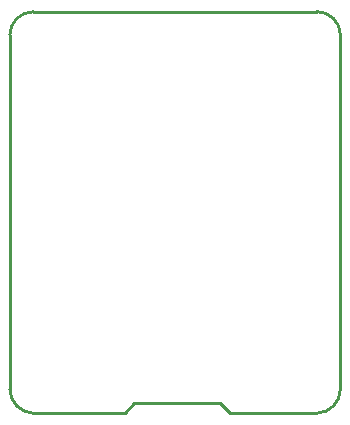
<source format=gm1>
G04 #@! TF.FileFunction,Profile,NP*
%FSLAX46Y46*%
G04 Gerber Fmt 4.6, Leading zero omitted, Abs format (unit mm)*
G04 Created by KiCad (PCBNEW 4.0.5) date 05/13/17 18:28:42*
%MOMM*%
%LPD*%
G01*
G04 APERTURE LIST*
%ADD10C,0.100000*%
%ADD11C,0.254000*%
G04 APERTURE END LIST*
D10*
D11*
X101345845Y-86410800D02*
G75*
G03X103403400Y-88493600I2082955J0D01*
G01*
X127332476Y-88482896D02*
G75*
G03X129336800Y-86446360I-50536J2054316D01*
G01*
X129336800Y-56464200D02*
G75*
G03X127355600Y-54483000I-1981200J0D01*
G01*
X101346000Y-56464200D02*
X101346000Y-86410800D01*
X103327200Y-54483000D02*
G75*
G03X101346000Y-56464200I0J-1981200D01*
G01*
X120040400Y-88493600D02*
X127332740Y-88493600D01*
X119126000Y-87630000D02*
X120015000Y-88483000D01*
X111912400Y-87630000D02*
X119126000Y-87630000D01*
X111061500Y-88483000D02*
X111887000Y-87630000D01*
X103403400Y-88493600D02*
X111048800Y-88493600D01*
X103327200Y-54483000D02*
X127355600Y-54483000D01*
X129334260Y-86443820D02*
X129336800Y-56464200D01*
M02*

</source>
